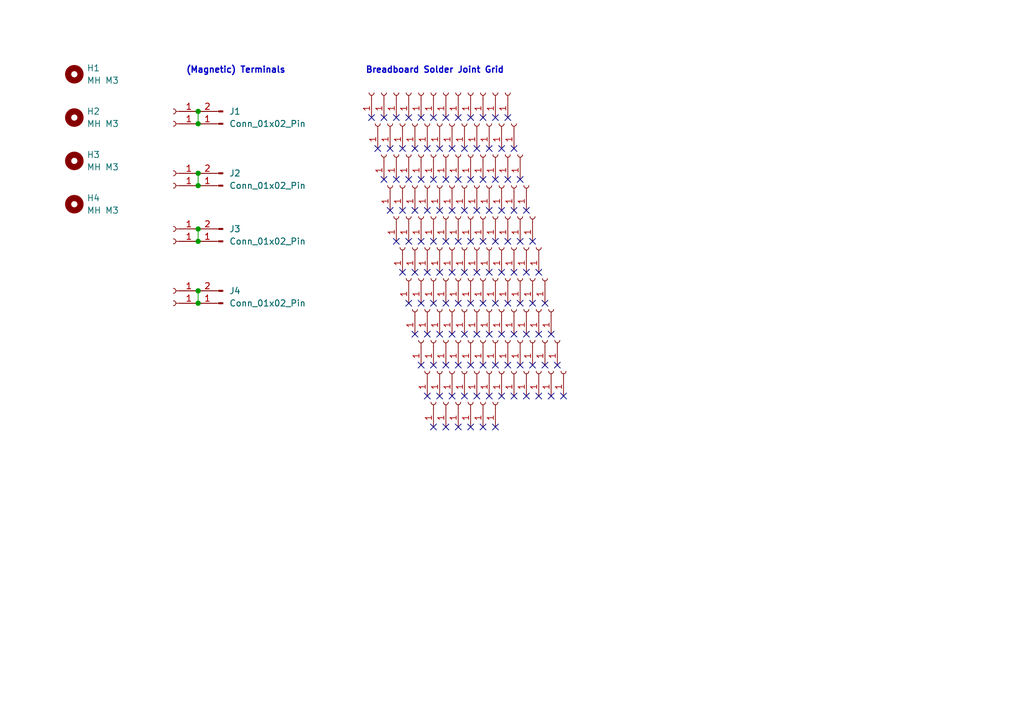
<source format=kicad_sch>
(kicad_sch (version 20250114) (generator "eeschema") (generator_version "9.0")
  (paper "A5")
  (title_block (title "Breadboard 1x1") (date "2025-11-10") (rev "1.1") (company "Physito"))
  (lib_symbols
    (symbol "Connector:Conn_01x01_Socket" (pin_names (offset 1.016) (hide yes))
      (property "Reference" "J" (at 0 2.54 0))
      (property "Value" "Conn_01x01_Socket" (at 0 -2.54 0))
      (symbol "Conn_01x01_Socket_1_1"
        (polyline (pts (xy -1.27 0) (xy -0.508 0)) (stroke (width 0.1524)))
        (arc (start 0 -0.508) (mid -0.5058 0) (end 0 0.508) (stroke (width 0.1524)))
        (pin passive line (at -5.08 0 0) (length 3.81) (name "Pin_1") (number "1"))
      )
    )
    (symbol "Connector:Conn_01x02_Pin" (pin_names (offset 1.016) (hide yes))
      (property "Reference" "J" (at 0 2.54 0))
      (property "Value" "Conn_01x02_Pin" (at 0 -5.08 0))
      (symbol "Conn_01x02_Pin_1_1"
        (rectangle (start 0.8636 0.127) (end 0 -0.127) (stroke (width 0.1524)) (fill (type outline)))
        (rectangle (start 0.8636 -2.413) (end 0 -2.667) (stroke (width 0.1524)) (fill (type outline)))
        (polyline (pts (xy 1.27 0) (xy 0.8636 0)) (stroke (width 0.1524)))
        (polyline (pts (xy 1.27 -2.54) (xy 0.8636 -2.54)) (stroke (width 0.1524)))
        (pin passive line (at 5.08 0 180) (length 3.81) (name "Pin_1") (number "1"))
        (pin passive line (at 5.08 -2.54 180) (length 3.81) (name "Pin_2") (number "2"))
      )
    )
    (symbol "Mechanical:MountingHole" (pin_names (offset 1.016)) (exclude_from_sim yes) (in_bom no)
      (property "Reference" "H" (at 0 5.08 0))
      (property "Value" "MountingHole" (at 0 3.175 0))
      (symbol "MountingHole_0_1"
        (circle (center 0 0) (radius 1.27) (stroke (width 1.27)))
      )
    )
  )
  (text "(Magnetic) Terminals" (at 38.1 15.24 0) (effects (font (size 1.27 1.27) (thickness 0.254) (bold yes)) (justify left bottom)))
  (text "Breadboard Solder Joint Grid" (at 74.93 15.24 0) (effects (font (size 1.27 1.27) (thickness 0.254) (bold yes)) (justify left bottom)))
  (junction (at 40.64 22.86))
  (junction (at 40.64 46.99))
  (junction (at 40.64 49.53))
  (junction (at 40.64 62.23))
  (junction (at 40.64 25.4))
  (junction (at 40.64 59.69))
  (junction (at 40.64 38.1))
  (junction (at 40.64 35.56))
  (no_connect (at 110.49 55.88))
  (no_connect (at 82.55 30.48))
  (no_connect (at 83.82 36.83))
  (no_connect (at 86.36 24.13))
  (no_connect (at 101.6 74.93))
  (no_connect (at 93.98 49.53))
  (no_connect (at 101.6 49.53))
  (no_connect (at 100.33 68.58))
  (no_connect (at 91.44 74.93))
  (no_connect (at 93.98 87.63))
  (no_connect (at 76.2 24.13))
  (no_connect (at 93.98 62.23))
  (no_connect (at 101.6 36.83))
  (no_connect (at 110.49 68.58))
  (no_connect (at 109.22 62.23))
  (no_connect (at 106.68 74.93))
  (no_connect (at 97.79 43.18))
  (no_connect (at 109.22 74.93))
  (no_connect (at 90.17 81.28))
  (no_connect (at 82.55 55.88))
  (no_connect (at 93.98 24.13))
  (no_connect (at 95.25 81.28))
  (no_connect (at 106.68 62.23))
  (no_connect (at 104.14 36.83))
  (no_connect (at 87.63 30.48))
  (no_connect (at 86.36 62.23))
  (no_connect (at 78.74 24.13))
  (no_connect (at 85.09 43.18))
  (no_connect (at 88.9 24.13))
  (no_connect (at 88.9 74.93))
  (no_connect (at 81.28 24.13))
  (no_connect (at 104.14 74.93))
  (no_connect (at 104.14 24.13))
  (no_connect (at 101.6 87.63))
  (no_connect (at 88.9 87.63))
  (no_connect (at 99.06 74.93))
  (no_connect (at 96.52 87.63))
  (no_connect (at 95.25 55.88))
  (no_connect (at 91.44 49.53))
  (no_connect (at 91.44 87.63))
  (no_connect (at 88.9 36.83))
  (no_connect (at 101.6 62.23))
  (no_connect (at 91.44 36.83))
  (no_connect (at 80.01 30.48))
  (no_connect (at 105.41 68.58))
  (no_connect (at 97.79 30.48))
  (no_connect (at 82.55 43.18))
  (no_connect (at 102.87 30.48))
  (no_connect (at 85.09 30.48))
  (no_connect (at 92.71 43.18))
  (no_connect (at 83.82 24.13))
  (no_connect (at 90.17 43.18))
  (no_connect (at 87.63 43.18))
  (no_connect (at 83.82 62.23))
  (no_connect (at 85.09 68.58))
  (no_connect (at 77.47 30.48))
  (no_connect (at 102.87 81.28))
  (no_connect (at 106.68 49.53))
  (no_connect (at 92.71 81.28))
  (no_connect (at 102.87 43.18))
  (no_connect (at 99.06 36.83))
  (no_connect (at 110.49 81.28))
  (no_connect (at 96.52 74.93))
  (no_connect (at 90.17 30.48))
  (no_connect (at 88.9 62.23))
  (no_connect (at 90.17 68.58))
  (no_connect (at 97.79 81.28))
  (no_connect (at 106.68 36.83))
  (no_connect (at 95.25 30.48))
  (no_connect (at 113.03 81.28))
  (no_connect (at 85.09 55.88))
  (no_connect (at 107.95 43.18))
  (no_connect (at 111.76 62.23))
  (no_connect (at 95.25 68.58))
  (no_connect (at 101.6 24.13))
  (no_connect (at 96.52 36.83))
  (no_connect (at 93.98 74.93))
  (no_connect (at 86.36 49.53))
  (no_connect (at 90.17 55.88))
  (no_connect (at 97.79 55.88))
  (no_connect (at 95.25 43.18))
  (no_connect (at 102.87 68.58))
  (no_connect (at 88.9 49.53))
  (no_connect (at 96.52 62.23))
  (no_connect (at 81.28 36.83))
  (no_connect (at 97.79 68.58))
  (no_connect (at 115.57 81.28))
  (no_connect (at 87.63 68.58))
  (no_connect (at 104.14 49.53))
  (no_connect (at 91.44 62.23))
  (no_connect (at 107.95 55.88))
  (no_connect (at 93.98 36.83))
  (no_connect (at 87.63 81.28))
  (no_connect (at 81.28 49.53))
  (no_connect (at 96.52 24.13))
  (no_connect (at 92.71 55.88))
  (no_connect (at 99.06 62.23))
  (no_connect (at 100.33 55.88))
  (no_connect (at 105.41 55.88))
  (no_connect (at 107.95 68.58))
  (no_connect (at 100.33 30.48))
  (no_connect (at 113.03 68.58))
  (no_connect (at 100.33 43.18))
  (no_connect (at 107.95 81.28))
  (no_connect (at 91.44 24.13))
  (no_connect (at 87.63 55.88))
  (no_connect (at 96.52 49.53))
  (no_connect (at 100.33 81.28))
  (no_connect (at 109.22 49.53))
  (no_connect (at 105.41 30.48))
  (no_connect (at 92.71 30.48))
  (no_connect (at 114.3 74.93))
  (no_connect (at 78.74 36.83))
  (no_connect (at 83.82 49.53))
  (no_connect (at 105.41 81.28))
  (no_connect (at 105.41 43.18))
  (no_connect (at 99.06 49.53))
  (no_connect (at 99.06 87.63))
  (no_connect (at 102.87 55.88))
  (no_connect (at 99.06 24.13))
  (no_connect (at 86.36 74.93))
  (no_connect (at 111.76 74.93))
  (no_connect (at 80.01 43.18))
  (no_connect (at 86.36 36.83))
  (no_connect (at 104.14 62.23))
  (no_connect (at 92.71 68.58))
  (wire (pts (xy 40.64 46.99) (xy 40.64 49.53)))
  (wire (pts (xy 40.64 59.69) (xy 40.64 62.23)))
  (wire (pts (xy 40.64 22.86) (xy 40.64 25.4)))
  (wire (pts (xy 40.64 35.56) (xy 40.64 38.1)))
  (symbol (lib_id "Connector:Conn_01x01_Socket") (at 100.33 63.5 90) (unit 1)
    (property "Reference" "J95" (effects (hide yes)))
    (property "Value" "Conn_01x01_Socket" (effects (hide yes)))
    (property "Description" "Generic connector, single row, 01x01, script generated" (effects (hide yes)))
  )
  (symbol (lib_id "Connector:Conn_01x01_Socket") (at 115.57 76.2 90) (unit 1)
    (property "Reference" "J124" (effects (hide yes)))
    (property "Value" "Conn_01x01_Socket" (effects (hide yes)))
    (property "Description" "Generic connector, single row, 01x01, script generated" (effects (hide yes)))
  )
  (symbol (lib_id "Connector:Conn_01x01_Socket") (at 92.71 38.1 90) (unit 1)
    (property "Reference" "J46" (effects (hide yes)))
    (property "Value" "Conn_01x01_Socket" (effects (hide yes)))
    (property "Description" "Generic connector, single row, 01x01, script generated" (effects (hide yes)))
  )
  (symbol (lib_id "Connector:Conn_01x01_Socket") (at 102.87 50.8 90) (unit 1)
    (property "Reference" "J73" (effects (hide yes)))
    (property "Value" "Conn_01x01_Socket" (effects (hide yes)))
    (property "Description" "Generic connector, single row, 01x01, script generated" (effects (hide yes)))
  )
  (symbol (lib_id "Connector:Conn_01x01_Socket") (at 92.71 25.4 90) (unit 1)
    (property "Reference" "J23" (effects (hide yes)))
    (property "Value" "Conn_01x01_Socket" (effects (hide yes)))
    (property "Description" "Generic connector, single row, 01x01, script generated" (effects (hide yes)))
  )
  (symbol (lib_id "Connector:Conn_01x01_Socket") (at 86.36 57.15 90) (unit 1)
    (property "Reference" "J78" (effects (hide yes)))
    (property "Value" "Conn_01x01_Socket" (effects (hide yes)))
    (property "Description" "Generic connector, single row, 01x01, script generated" (effects (hide yes)))
  )
  (symbol (lib_id "Connector:Conn_01x01_Socket") (at 109.22 69.85 90) (unit 1)
    (property "Reference" "J110" (effects (hide yes)))
    (property "Value" "Conn_01x01_Socket" (effects (hide yes)))
    (property "Description" "Generic connector, single row, 01x01, script generated" (effects (hide yes)))
  )
  (symbol (lib_id "Connector:Conn_01x01_Socket") (at 99.06 69.85 90) (unit 1)
    (property "Reference" "J106" (effects (hide yes)))
    (property "Value" "Conn_01x01_Socket" (effects (hide yes)))
    (property "Description" "Generic connector, single row, 01x01, script generated" (effects (hide yes)))
  )
  (symbol (lib_id "Connector:Conn_01x02_Pin") (at 45.72 62.23 180) (unit 1)
    (property "Reference" "J4" (at 46.99 59.6899 0) (effects (justify right)))
    (property "Value" "Conn_01x02_Pin" (at 46.99 62.2299 0) (effects (justify right)))
    (property "Footprint" "EASYEDA2KICAD:Magnetic_Connector_1x02_P2.5mm_Horizontal_round-ears" (effects (hide yes)))
    (property "Description" "Generic connector, single row, 01x02, script generated" (effects (hide yes)))
  )
  (symbol (lib_id "Connector:Conn_01x01_Socket") (at 99.06 57.15 90) (unit 1)
    (property "Reference" "J83" (effects (hide yes)))
    (property "Value" "Conn_01x01_Socket" (effects (hide yes)))
    (property "Description" "Generic connector, single row, 01x01, script generated" (effects (hide yes)))
  )
  (symbol (lib_id "Connector:Conn_01x01_Socket") (at 92.71 76.2 90) (unit 1)
    (property "Reference" "J115" (effects (hide yes)))
    (property "Value" "Conn_01x01_Socket" (effects (hide yes)))
    (property "Description" "Generic connector, single row, 01x01, script generated" (effects (hide yes)))
  )
  (symbol (lib_id "Connector:Conn_01x01_Socket") (at 35.56 59.69 180) (unit 1)
    (property "Reference" "J87" (effects (hide yes)))
    (property "Value" "Conn_01x01_Socket" (effects (hide yes)))
    (property "Description" "Generic connector, single row, 01x01, script generated" (effects (hide yes)))
  )
  (symbol (lib_id "Connector:Conn_01x01_Socket") (at 107.95 63.5 90) (unit 1)
    (property "Reference" "J136" (effects (hide yes)))
    (property "Value" "Conn_01x01_Socket" (effects (hide yes)))
    (property "Description" "Generic connector, single row, 01x01, script generated" (effects (hide yes)))
  )
  (symbol (lib_id "Connector:Conn_01x01_Socket") (at 80.01 25.4 90) (unit 1)
    (property "Reference" "J18" (effects (hide yes)))
    (property "Value" "Conn_01x01_Socket" (effects (hide yes)))
    (property "Description" "Generic connector, single row, 01x01, script generated" (effects (hide yes)))
  )
  (symbol (lib_id "Mechanical:MountingHole") (at 15.24 41.91 0) (unit 1)
    (property "Reference" "H4" (at 17.78 40.6399 0) (effects (justify left)))
    (property "Value" "MH M3" (at 17.78 43.1799 0) (effects (justify left)))
    (property "Footprint" "EASYEDA2KICAD:MountingHole_3.0mm_M3_tight" (effects (hide yes)))
    (property "Description" "Mounting Hole without connection" (effects (hide yes)))
  )
  (symbol (lib_id "Connector:Conn_01x01_Socket") (at 82.55 25.4 90) (unit 1)
    (property "Reference" "J19" (effects (hide yes)))
    (property "Value" "Conn_01x01_Socket" (effects (hide yes)))
    (property "Description" "Generic connector, single row, 01x01, script generated" (effects (hide yes)))
  )
  (symbol (lib_id "Connector:Conn_01x01_Socket") (at 86.36 19.05 90) (unit 1)
    (property "Reference" "J145" (effects (hide yes)))
    (property "Value" "Conn_01x01_Socket" (effects (hide yes)))
    (property "Description" "Generic connector, single row, 01x01, script generated" (effects (hide yes)))
  )
  (symbol (lib_id "Connector:Conn_01x01_Socket") (at 35.56 35.56 180) (unit 1)
    (property "Reference" "J10" (effects (hide yes)))
    (property "Value" "Conn_01x01_Socket" (effects (hide yes)))
    (property "Description" "Generic connector, single row, 01x01, script generated" (effects (hide yes)))
  )
  (symbol (lib_id "Connector:Conn_01x01_Socket") (at 91.44 57.15 90) (unit 1)
    (property "Reference" "J80" (effects (hide yes)))
    (property "Value" "Conn_01x01_Socket" (effects (hide yes)))
    (property "Description" "Generic connector, single row, 01x01, script generated" (effects (hide yes)))
  )
  (symbol (lib_id "Connector:Conn_01x01_Socket") (at 88.9 44.45 90) (unit 1)
    (property "Reference" "J56" (effects (hide yes)))
    (property "Value" "Conn_01x01_Socket" (effects (hide yes)))
    (property "Description" "Generic connector, single row, 01x01, script generated" (effects (hide yes)))
  )
  (symbol (lib_id "Connector:Conn_01x01_Socket") (at 104.14 57.15 90) (unit 1)
    (property "Reference" "J85" (effects (hide yes)))
    (property "Value" "Conn_01x01_Socket" (effects (hide yes)))
    (property "Description" "Generic connector, single row, 01x01, script generated" (effects (hide yes)))
  )
  (symbol (lib_id "Connector:Conn_01x01_Socket") (at 97.79 25.4 90) (unit 1)
    (property "Reference" "J25" (effects (hide yes)))
    (property "Value" "Conn_01x01_Socket" (effects (hide yes)))
    (property "Description" "Generic connector, single row, 01x01, script generated" (effects (hide yes)))
  )
  (symbol (lib_id "Connector:Conn_01x01_Socket") (at 113.03 63.5 90) (unit 1)
    (property "Reference" "J100" (effects (hide yes)))
    (property "Value" "Conn_01x01_Socket" (effects (hide yes)))
    (property "Description" "Generic connector, single row, 01x01, script generated" (effects (hide yes)))
  )
  (symbol (lib_id "Connector:Conn_01x01_Socket") (at 110.49 50.8 90) (unit 1)
    (property "Reference" "J76" (effects (hide yes)))
    (property "Value" "Conn_01x01_Socket" (effects (hide yes)))
    (property "Description" "Generic connector, single row, 01x01, script generated" (effects (hide yes)))
  )
  (symbol (lib_id "Connector:Conn_01x01_Socket") (at 106.68 44.45 90) (unit 1)
    (property "Reference" "J144" (effects (hide yes)))
    (property "Value" "Conn_01x01_Socket" (effects (hide yes)))
    (property "Description" "Generic connector, single row, 01x01, script generated" (effects (hide yes)))
  )
  (symbol (lib_id "Connector:Conn_01x01_Socket") (at 109.22 44.45 90) (unit 1)
    (property "Reference" "J64" (effects (hide yes)))
    (property "Value" "Conn_01x01_Socket" (effects (hide yes)))
    (property "Description" "Generic connector, single row, 01x01, script generated" (effects (hide yes)))
  )
  (symbol (lib_id "Connector:Conn_01x01_Socket") (at 105.41 63.5 90) (unit 1)
    (property "Reference" "J97" (effects (hide yes)))
    (property "Value" "Conn_01x01_Socket" (effects (hide yes)))
    (property "Description" "Generic connector, single row, 01x01, script generated" (effects (hide yes)))
  )
  (symbol (lib_id "Connector:Conn_01x01_Socket") (at 99.06 31.75 90) (unit 1)
    (property "Reference" "J37" (effects (hide yes)))
    (property "Value" "Conn_01x01_Socket" (effects (hide yes)))
    (property "Description" "Generic connector, single row, 01x01, script generated" (effects (hide yes)))
  )
  (symbol (lib_id "Connector:Conn_01x01_Socket") (at 90.17 25.4 90) (unit 1)
    (property "Reference" "J22" (effects (hide yes)))
    (property "Value" "Conn_01x01_Socket" (effects (hide yes)))
    (property "Description" "Generic connector, single row, 01x01, script generated" (effects (hide yes)))
  )
  (symbol (lib_id "Connector:Conn_01x01_Socket") (at 93.98 69.85 90) (unit 1)
    (property "Reference" "J104" (effects (hide yes)))
    (property "Value" "Conn_01x01_Socket" (effects (hide yes)))
    (property "Description" "Generic connector, single row, 01x01, script generated" (effects (hide yes)))
  )
  (symbol (lib_id "Connector:Conn_01x01_Socket") (at 93.98 19.05 90) (unit 1)
    (property "Reference" "J12" (effects (hide yes)))
    (property "Value" "Conn_01x01_Socket" (effects (hide yes)))
    (property "Description" "Generic connector, single row, 01x01, script generated" (effects (hide yes)))
  )
  (symbol (lib_id "Connector:Conn_01x01_Socket") (at 88.9 57.15 90) (unit 1)
    (property "Reference" "J79" (effects (hide yes)))
    (property "Value" "Conn_01x01_Socket" (effects (hide yes)))
    (property "Description" "Generic connector, single row, 01x01, script generated" (effects (hide yes)))
  )
  (symbol (lib_id "Connector:Conn_01x01_Socket") (at 102.87 63.5 90) (unit 1)
    (property "Reference" "J96" (effects (hide yes)))
    (property "Value" "Conn_01x01_Socket" (effects (hide yes)))
    (property "Description" "Generic connector, single row, 01x01, script generated" (effects (hide yes)))
  )
  (symbol (lib_id "Connector:Conn_01x01_Socket") (at 101.6 44.45 90) (unit 1)
    (property "Reference" "J61" (effects (hide yes)))
    (property "Value" "Conn_01x01_Socket" (effects (hide yes)))
    (property "Description" "Generic connector, single row, 01x01, script generated" (effects (hide yes)))
  )
  (symbol (lib_id "Connector:Conn_01x01_Socket") (at 105.41 76.2 90) (unit 1)
    (property "Reference" "J120" (effects (hide yes)))
    (property "Value" "Conn_01x01_Socket" (effects (hide yes)))
    (property "Description" "Generic connector, single row, 01x01, script generated" (effects (hide yes)))
  )
  (symbol (lib_id "Connector:Conn_01x01_Socket") (at 102.87 25.4 90) (unit 1)
    (property "Reference" "J27" (effects (hide yes)))
    (property "Value" "Conn_01x01_Socket" (effects (hide yes)))
    (property "Description" "Generic connector, single row, 01x01, script generated" (effects (hide yes)))
  )
  (symbol (lib_id "Connector:Conn_01x01_Socket") (at 113.03 76.2 90) (unit 1)
    (property "Reference" "J123" (effects (hide yes)))
    (property "Value" "Conn_01x01_Socket" (effects (hide yes)))
    (property "Description" "Generic connector, single row, 01x01, script generated" (effects (hide yes)))
  )
  (symbol (lib_id "Connector:Conn_01x01_Socket") (at 86.36 31.75 90) (unit 1)
    (property "Reference" "J32" (effects (hide yes)))
    (property "Value" "Conn_01x01_Socket" (effects (hide yes)))
    (property "Description" "Generic connector, single row, 01x01, script generated" (effects (hide yes)))
  )
  (symbol (lib_id "Connector:Conn_01x01_Socket") (at 91.44 31.75 90) (unit 1)
    (property "Reference" "J34" (effects (hide yes)))
    (property "Value" "Conn_01x01_Socket" (effects (hide yes)))
    (property "Description" "Generic connector, single row, 01x01, script generated" (effects (hide yes)))
  )
  (symbol (lib_id "Connector:Conn_01x01_Socket") (at 96.52 57.15 90) (unit 1)
    (property "Reference" "J82" (effects (hide yes)))
    (property "Value" "Conn_01x01_Socket" (effects (hide yes)))
    (property "Description" "Generic connector, single row, 01x01, script generated" (effects (hide yes)))
  )
  (symbol (lib_id "Connector:Conn_01x01_Socket") (at 85.09 63.5 90) (unit 1)
    (property "Reference" "J89" (effects (hide yes)))
    (property "Value" "Conn_01x01_Socket" (effects (hide yes)))
    (property "Description" "Generic connector, single row, 01x01, script generated" (effects (hide yes)))
  )
  (symbol (lib_id "Connector:Conn_01x01_Socket") (at 82.55 50.8 90) (unit 1)
    (property "Reference" "J65" (effects (hide yes)))
    (property "Value" "Conn_01x01_Socket" (effects (hide yes)))
    (property "Description" "Generic connector, single row, 01x01, script generated" (effects (hide yes)))
  )
  (symbol (lib_id "Connector:Conn_01x01_Socket") (at 111.76 69.85 90) (unit 1)
    (property "Reference" "J111" (effects (hide yes)))
    (property "Value" "Conn_01x01_Socket" (effects (hide yes)))
    (property "Description" "Generic connector, single row, 01x01, script generated" (effects (hide yes)))
  )
  (symbol (lib_id "Connector:Conn_01x01_Socket") (at 101.6 69.85 90) (unit 1)
    (property "Reference" "J107" (effects (hide yes)))
    (property "Value" "Conn_01x01_Socket" (effects (hide yes)))
    (property "Description" "Generic connector, single row, 01x01, script generated" (effects (hide yes)))
  )
  (symbol (lib_id "Connector:Conn_01x01_Socket") (at 88.9 82.55 90) (unit 1)
    (property "Reference" "J125" (effects (hide yes)))
    (property "Value" "Conn_01x01_Socket" (effects (hide yes)))
    (property "Description" "Generic connector, single row, 01x01, script generated" (effects (hide yes)))
  )
  (symbol (lib_id "Connector:Conn_01x01_Socket") (at 87.63 25.4 90) (unit 1)
    (property "Reference" "J21" (effects (hide yes)))
    (property "Value" "Conn_01x01_Socket" (effects (hide yes)))
    (property "Description" "Generic connector, single row, 01x01, script generated" (effects (hide yes)))
  )
  (symbol (lib_id "Connector:Conn_01x01_Socket") (at 107.95 76.2 90) (unit 1)
    (property "Reference" "J121" (effects (hide yes)))
    (property "Value" "Conn_01x01_Socket" (effects (hide yes)))
    (property "Description" "Generic connector, single row, 01x01, script generated" (effects (hide yes)))
  )
  (symbol (lib_id "Connector:Conn_01x01_Socket") (at 100.33 38.1 90) (unit 1)
    (property "Reference" "J49" (effects (hide yes)))
    (property "Value" "Conn_01x01_Socket" (effects (hide yes)))
    (property "Description" "Generic connector, single row, 01x01, script generated" (effects (hide yes)))
  )
  (symbol (lib_id "Connector:Conn_01x01_Socket") (at 88.9 69.85 90) (unit 1)
    (property "Reference" "J102" (effects (hide yes)))
    (property "Value" "Conn_01x01_Socket" (effects (hide yes)))
    (property "Description" "Generic connector, single row, 01x01, script generated" (effects (hide yes)))
  )
  (symbol (lib_id "Mechanical:MountingHole") (at 15.24 15.24 0) (unit 1)
    (property "Reference" "H1" (at 17.78 13.9699 0) (effects (justify left)))
    (property "Value" "MH M3" (at 17.78 16.5099 0) (effects (justify left)))
    (property "Footprint" "EASYEDA2KICAD:MountingHole_3.0mm_M3_tight" (effects (hide yes)))
    (property "Description" "Mounting Hole without connection" (effects (hide yes)))
  )
  (symbol (lib_id "Connector:Conn_01x01_Socket") (at 107.95 50.8 90) (unit 1)
    (property "Reference" "J133" (effects (hide yes)))
    (property "Value" "Conn_01x01_Socket" (effects (hide yes)))
    (property "Description" "Generic connector, single row, 01x01, script generated" (effects (hide yes)))
  )
  (symbol (lib_id "Connector:Conn_01x01_Socket") (at 35.56 38.1 180) (unit 1)
    (property "Reference" "J7" (effects (hide yes)))
    (property "Value" "Conn_01x01_Socket" (effects (hide yes)))
    (property "Description" "Generic connector, single row, 01x01, script generated" (effects (hide yes)))
  )
  (symbol (lib_id "Connector:Conn_01x01_Socket") (at 85.09 38.1 90) (unit 1)
    (property "Reference" "J43" (effects (hide yes)))
    (property "Value" "Conn_01x01_Socket" (effects (hide yes)))
    (property "Description" "Generic connector, single row, 01x01, script generated" (effects (hide yes)))
  )
  (symbol (lib_id "Connector:Conn_01x01_Socket") (at 99.06 82.55 90) (unit 1)
    (property "Reference" "J129" (effects (hide yes)))
    (property "Value" "Conn_01x01_Socket" (effects (hide yes)))
    (property "Description" "Generic connector, single row, 01x01, script generated" (effects (hide yes)))
  )
  (symbol (lib_id "Connector:Conn_01x01_Socket") (at 105.41 25.4 90) (unit 1)
    (property "Reference" "J28" (effects (hide yes)))
    (property "Value" "Conn_01x01_Socket" (effects (hide yes)))
    (property "Description" "Generic connector, single row, 01x01, script generated" (effects (hide yes)))
  )
  (symbol (lib_id "Connector:Conn_01x01_Socket") (at 85.09 50.8 90) (unit 1)
    (property "Reference" "J66" (effects (hide yes)))
    (property "Value" "Conn_01x01_Socket" (effects (hide yes)))
    (property "Description" "Generic connector, single row, 01x01, script generated" (effects (hide yes)))
  )
  (symbol (lib_id "Connector:Conn_01x01_Socket") (at 110.49 76.2 90) (unit 1)
    (property "Reference" "J122" (effects (hide yes)))
    (property "Value" "Conn_01x01_Socket" (effects (hide yes)))
    (property "Description" "Generic connector, single row, 01x01, script generated" (effects (hide yes)))
  )
  (symbol (lib_id "Connector:Conn_01x01_Socket") (at 97.79 63.5 90) (unit 1)
    (property "Reference" "J94" (effects (hide yes)))
    (property "Value" "Conn_01x01_Socket" (effects (hide yes)))
    (property "Description" "Generic connector, single row, 01x01, script generated" (effects (hide yes)))
  )
  (symbol (lib_id "Connector:Conn_01x01_Socket") (at 99.06 19.05 90) (unit 1)
    (property "Reference" "J14" (effects (hide yes)))
    (property "Value" "Conn_01x01_Socket" (effects (hide yes)))
    (property "Description" "Generic connector, single row, 01x01, script generated" (effects (hide yes)))
  )
  (symbol (lib_id "Connector:Conn_01x01_Socket") (at 97.79 76.2 90) (unit 1)
    (property "Reference" "J117" (effects (hide yes)))
    (property "Value" "Conn_01x01_Socket" (effects (hide yes)))
    (property "Description" "Generic connector, single row, 01x01, script generated" (effects (hide yes)))
  )
  (symbol (lib_id "Connector:Conn_01x01_Socket") (at 104.14 19.05 90) (unit 1)
    (property "Reference" "J16" (effects (hide yes)))
    (property "Value" "Conn_01x01_Socket" (effects (hide yes)))
    (property "Description" "Generic connector, single row, 01x01, script generated" (effects (hide yes)))
  )
  (symbol (lib_id "Connector:Conn_01x01_Socket") (at 109.22 57.15 90) (unit 1)
    (property "Reference" "J134" (effects (hide yes)))
    (property "Value" "Conn_01x01_Socket" (effects (hide yes)))
    (property "Description" "Generic connector, single row, 01x01, script generated" (effects (hide yes)))
  )
  (symbol (lib_id "Connector:Conn_01x01_Socket") (at 35.56 49.53 180) (unit 1)
    (property "Reference" "J139" (effects (hide yes)))
    (property "Value" "Conn_01x01_Socket" (effects (hide yes)))
    (property "Description" "Generic connector, single row, 01x01, script generated" (effects (hide yes)))
  )
  (symbol (lib_id "Connector:Conn_01x01_Socket") (at 93.98 31.75 90) (unit 1)
    (property "Reference" "J35" (effects (hide yes)))
    (property "Value" "Conn_01x01_Socket" (effects (hide yes)))
    (property "Description" "Generic connector, single row, 01x01, script generated" (effects (hide yes)))
  )
  (symbol (lib_id "Connector:Conn_01x01_Socket") (at 111.76 57.15 90) (unit 1)
    (property "Reference" "J88" (effects (hide yes)))
    (property "Value" "Conn_01x01_Socket" (effects (hide yes)))
    (property "Description" "Generic connector, single row, 01x01, script generated" (effects (hide yes)))
  )
  (symbol (lib_id "Connector:Conn_01x01_Socket") (at 88.9 19.05 90) (unit 1)
    (property "Reference" "J138" (effects (hide yes)))
    (property "Value" "Conn_01x01_Socket" (effects (hide yes)))
    (property "Description" "Generic connector, single row, 01x01, script generated" (effects (hide yes)))
  )
  (symbol (lib_id "Connector:Conn_01x01_Socket") (at 87.63 38.1 90) (unit 1)
    (property "Reference" "J44" (effects (hide yes)))
    (property "Value" "Conn_01x01_Socket" (effects (hide yes)))
    (property "Description" "Generic connector, single row, 01x01, script generated" (effects (hide yes)))
  )
  (symbol (lib_id "Connector:Conn_01x01_Socket") (at 93.98 82.55 90) (unit 1)
    (property "Reference" "J127" (effects (hide yes)))
    (property "Value" "Conn_01x01_Socket" (effects (hide yes)))
    (property "Description" "Generic connector, single row, 01x01, script generated" (effects (hide yes)))
  )
  (symbol (lib_id "Connector:Conn_01x01_Socket") (at 87.63 50.8 90) (unit 1)
    (property "Reference" "J67" (effects (hide yes)))
    (property "Value" "Conn_01x01_Socket" (effects (hide yes)))
    (property "Description" "Generic connector, single row, 01x01, script generated" (effects (hide yes)))
  )
  (symbol (lib_id "Connector:Conn_01x01_Socket") (at 92.71 50.8 90) (unit 1)
    (property "Reference" "J69" (effects (hide yes)))
    (property "Value" "Conn_01x01_Socket" (effects (hide yes)))
    (property "Description" "Generic connector, single row, 01x01, script generated" (effects (hide yes)))
  )
  (symbol (lib_id "Connector:Conn_01x01_Socket") (at 105.41 50.8 90) (unit 1)
    (property "Reference" "J143" (effects (hide yes)))
    (property "Value" "Conn_01x01_Socket" (effects (hide yes)))
    (property "Description" "Generic connector, single row, 01x01, script generated" (effects (hide yes)))
  )
  (symbol (lib_id "Connector:Conn_01x01_Socket") (at 106.68 31.75 90) (unit 1)
    (property "Reference" "J40" (effects (hide yes)))
    (property "Value" "Conn_01x01_Socket" (effects (hide yes)))
    (property "Description" "Generic connector, single row, 01x01, script generated" (effects (hide yes)))
  )
  (symbol (lib_id "Connector:Conn_01x01_Socket") (at 35.56 46.99 180) (unit 1)
    (property "Reference" "J142" (effects (hide yes)))
    (property "Value" "Conn_01x01_Socket" (effects (hide yes)))
    (property "Description" "Generic connector, single row, 01x01, script generated" (effects (hide yes)))
  )
  (symbol (lib_id "Connector:Conn_01x01_Socket") (at 97.79 50.8 90) (unit 1)
    (property "Reference" "J71" (effects (hide yes)))
    (property "Value" "Conn_01x01_Socket" (effects (hide yes)))
    (property "Description" "Generic connector, single row, 01x01, script generated" (effects (hide yes)))
  )
  (symbol (lib_id "Connector:Conn_01x01_Socket") (at 90.17 38.1 90) (unit 1)
    (property "Reference" "J45" (effects (hide yes)))
    (property "Value" "Conn_01x01_Socket" (effects (hide yes)))
    (property "Description" "Generic connector, single row, 01x01, script generated" (effects (hide yes)))
  )
  (symbol (lib_id "Connector:Conn_01x01_Socket") (at 81.28 31.75 90) (unit 1)
    (property "Reference" "J30" (effects (hide yes)))
    (property "Value" "Conn_01x01_Socket" (effects (hide yes)))
    (property "Description" "Generic connector, single row, 01x01, script generated" (effects (hide yes)))
  )
  (symbol (lib_id "Connector:Conn_01x01_Socket") (at 35.56 25.4 180) (unit 1)
    (property "Reference" "J62" (effects (hide yes)))
    (property "Value" "Conn_01x01_Socket" (effects (hide yes)))
    (property "Description" "Generic connector, single row, 01x01, script generated" (effects (hide yes)))
  )
  (symbol (lib_id "Connector:Conn_01x01_Socket") (at 96.52 69.85 90) (unit 1)
    (property "Reference" "J105" (effects (hide yes)))
    (property "Value" "Conn_01x01_Socket" (effects (hide yes)))
    (property "Description" "Generic connector, single row, 01x01, script generated" (effects (hide yes)))
  )
  (symbol (lib_id "Connector:Conn_01x01_Socket") (at 104.14 44.45 90) (unit 1)
    (property "Reference" "J132" (effects (hide yes)))
    (property "Value" "Conn_01x01_Socket" (effects (hide yes)))
    (property "Description" "Generic connector, single row, 01x01, script generated" (effects (hide yes)))
  )
  (symbol (lib_id "Connector:Conn_01x01_Socket") (at 91.44 44.45 90) (unit 1)
    (property "Reference" "J57" (effects (hide yes)))
    (property "Value" "Conn_01x01_Socket" (effects (hide yes)))
    (property "Description" "Generic connector, single row, 01x01, script generated" (effects (hide yes)))
  )
  (symbol (lib_id "Connector:Conn_01x01_Socket") (at 106.68 57.15 90) (unit 1)
    (property "Reference" "J135" (effects (hide yes)))
    (property "Value" "Conn_01x01_Socket" (effects (hide yes)))
    (property "Description" "Generic connector, single row, 01x01, script generated" (effects (hide yes)))
  )
  (symbol (lib_id "Connector:Conn_01x01_Socket") (at 81.28 44.45 90) (unit 1)
    (property "Reference" "J53" (effects (hide yes)))
    (property "Value" "Conn_01x01_Socket" (effects (hide yes)))
    (property "Description" "Generic connector, single row, 01x01, script generated" (effects (hide yes)))
  )
  (symbol (lib_id "Mechanical:MountingHole") (at 15.24 24.13 0) (unit 1)
    (property "Reference" "H2" (at 17.78 22.8599 0) (effects (justify left)))
    (property "Value" "MH M3" (at 17.78 25.3999 0) (effects (justify left)))
    (property "Footprint" "EASYEDA2KICAD:MountingHole_3.0mm_M3_tight" (effects (hide yes)))
    (property "Description" "Mounting Hole without connection" (effects (hide yes)))
  )
  (symbol (lib_id "Connector:Conn_01x02_Pin") (at 45.72 49.53 180) (unit 1)
    (property "Reference" "J3" (at 46.99 46.9899 0) (effects (justify right)))
    (property "Value" "Conn_01x02_Pin" (at 46.99 49.5299 0) (effects (justify right)))
    (property "Footprint" "EASYEDA2KICAD:Magnetic_Connector_1x02_P2.5mm_Horizontal_round-ears" (effects (hide yes)))
    (property "Description" "Generic connector, single row, 01x02, script generated" (effects (hide yes)))
  )
  (symbol (lib_id "Connector:Conn_01x01_Socket") (at 76.2 19.05 90) (unit 1)
    (property "Reference" "J5" (effects (hide yes)))
    (property "Value" "Conn_01x01_Socket" (effects (hide yes)))
    (property "Description" "Generic connector, single row, 01x01, script generated" (effects (hide yes)))
  )
  (symbol (lib_id "Connector:Conn_01x01_Socket") (at 78.74 19.05 90) (unit 1)
    (property "Reference" "J6" (effects (hide yes)))
    (property "Value" "Conn_01x01_Socket" (effects (hide yes)))
    (property "Description" "Generic connector, single row, 01x01, script generated" (effects (hide yes)))
  )
  (symbol (lib_id "Connector:Conn_01x01_Socket") (at 96.52 82.55 90) (unit 1)
    (property "Reference" "J128" (effects (hide yes)))
    (property "Value" "Conn_01x01_Socket" (effects (hide yes)))
    (property "Description" "Generic connector, single row, 01x01, script generated" (effects (hide yes)))
  )
  (symbol (lib_id "Connector:Conn_01x01_Socket") (at 86.36 69.85 90) (unit 1)
    (property "Reference" "J101" (effects (hide yes)))
    (property "Value" "Conn_01x01_Socket" (effects (hide yes)))
    (property "Description" "Generic connector, single row, 01x01, script generated" (effects (hide yes)))
  )
  (symbol (lib_id "Connector:Conn_01x01_Socket") (at 83.82 44.45 90) (unit 1)
    (property "Reference" "J54" (effects (hide yes)))
    (property "Value" "Conn_01x01_Socket" (effects (hide yes)))
    (property "Description" "Generic connector, single row, 01x01, script generated" (effects (hide yes)))
  )
  (symbol (lib_id "Connector:Conn_01x01_Socket") (at 81.28 19.05 90) (unit 1)
    (property "Reference" "J137" (effects (hide yes)))
    (property "Value" "Conn_01x01_Socket" (effects (hide yes)))
    (property "Description" "Generic connector, single row, 01x01, script generated" (effects (hide yes)))
  )
  (symbol (lib_id "Connector:Conn_01x01_Socket") (at 102.87 76.2 90) (unit 1)
    (property "Reference" "J119" (effects (hide yes)))
    (property "Value" "Conn_01x01_Socket" (effects (hide yes)))
    (property "Description" "Generic connector, single row, 01x01, script generated" (effects (hide yes)))
  )
  (symbol (lib_id "Connector:Conn_01x01_Socket") (at 90.17 50.8 90) (unit 1)
    (property "Reference" "J68" (effects (hide yes)))
    (property "Value" "Conn_01x01_Socket" (effects (hide yes)))
    (property "Description" "Generic connector, single row, 01x01, script generated" (effects (hide yes)))
  )
  (symbol (lib_id "Connector:Conn_01x01_Socket") (at 82.55 38.1 90) (unit 1)
    (property "Reference" "J42" (effects (hide yes)))
    (property "Value" "Conn_01x01_Socket" (effects (hide yes)))
    (property "Description" "Generic connector, single row, 01x01, script generated" (effects (hide yes)))
  )
  (symbol (lib_id "Connector:Conn_01x01_Socket") (at 100.33 50.8 90) (unit 1)
    (property "Reference" "J72" (effects (hide yes)))
    (property "Value" "Conn_01x01_Socket" (effects (hide yes)))
    (property "Description" "Generic connector, single row, 01x01, script generated" (effects (hide yes)))
  )
  (symbol (lib_id "Connector:Conn_01x01_Socket") (at 86.36 44.45 90) (unit 1)
    (property "Reference" "J55" (effects (hide yes)))
    (property "Value" "Conn_01x01_Socket" (effects (hide yes)))
    (property "Description" "Generic connector, single row, 01x01, script generated" (effects (hide yes)))
  )
  (symbol (lib_id "Connector:Conn_01x01_Socket") (at 104.14 69.85 90) (unit 1)
    (property "Reference" "J108" (effects (hide yes)))
    (property "Value" "Conn_01x01_Socket" (effects (hide yes)))
    (property "Description" "Generic connector, single row, 01x01, script generated" (effects (hide yes)))
  )
  (symbol (lib_id "Connector:Conn_01x01_Socket") (at 114.3 69.85 90) (unit 1)
    (property "Reference" "J112" (effects (hide yes)))
    (property "Value" "Conn_01x01_Socket" (effects (hide yes)))
    (property "Description" "Generic connector, single row, 01x01, script generated" (effects (hide yes)))
  )
  (symbol (lib_id "Connector:Conn_01x02_Pin") (at 45.72 38.1 180) (unit 1)
    (property "Reference" "J2" (at 46.99 35.56 0) (effects (justify right)))
    (property "Value" "Conn_01x02_Pin" (at 46.99 38.1 0) (effects (justify right)))
    (property "Footprint" "EASYEDA2KICAD:Magnetic_Connector_1x02_P2.5mm_Horizontal_round-ears" (effects (hide yes)))
    (property "Description" "Generic connector, single row, 01x02, script generated" (effects (hide yes)))
  )
  (symbol (lib_id "Connector:Conn_01x01_Socket") (at 35.56 62.23 180) (unit 1)
    (property "Reference" "J51" (effects (hide yes)))
    (property "Value" "Conn_01x01_Socket" (effects (hide yes)))
    (property "Description" "Generic connector, single row, 01x01, script generated" (effects (hide yes)))
  )
  (symbol (lib_id "Connector:Conn_01x01_Socket") (at 106.68 69.85 90) (unit 1)
    (property "Reference" "J109" (effects (hide yes)))
    (property "Value" "Conn_01x01_Socket" (effects (hide yes)))
    (property "Description" "Generic connector, single row, 01x01, script generated" (effects (hide yes)))
  )
  (symbol (lib_id "Connector:Conn_01x01_Socket") (at 95.25 38.1 90) (unit 1)
    (property "Reference" "J47" (effects (hide yes)))
    (property "Value" "Conn_01x01_Socket" (effects (hide yes)))
    (property "Description" "Generic connector, single row, 01x01, script generated" (effects (hide yes)))
  )
  (symbol (lib_id "Connector:Conn_01x01_Socket") (at 85.09 25.4 90) (unit 1)
    (property "Reference" "J20" (effects (hide yes)))
    (property "Value" "Conn_01x01_Socket" (effects (hide yes)))
    (property "Description" "Generic connector, single row, 01x01, script generated" (effects (hide yes)))
  )
  (symbol (lib_id "Connector:Conn_01x01_Socket") (at 93.98 44.45 90) (unit 1)
    (property "Reference" "J58" (effects (hide yes)))
    (property "Value" "Conn_01x01_Socket" (effects (hide yes)))
    (property "Description" "Generic connector, single row, 01x01, script generated" (effects (hide yes)))
  )
  (symbol (lib_id "Connector:Conn_01x01_Socket") (at 92.71 63.5 90) (unit 1)
    (property "Reference" "J92" (effects (hide yes)))
    (property "Value" "Conn_01x01_Socket" (effects (hide yes)))
    (property "Description" "Generic connector, single row, 01x01, script generated" (effects (hide yes)))
  )
  (symbol (lib_id "Connector:Conn_01x01_Socket") (at 78.74 31.75 90) (unit 1)
    (property "Reference" "J29" (effects (hide yes)))
    (property "Value" "Conn_01x01_Socket" (effects (hide yes)))
    (property "Description" "Generic connector, single row, 01x01, script generated" (effects (hide yes)))
  )
  (symbol (lib_id "Connector:Conn_01x01_Socket") (at 77.47 25.4 90) (unit 1)
    (property "Reference" "J17" (effects (hide yes)))
    (property "Value" "Conn_01x01_Socket" (effects (hide yes)))
    (property "Description" "Generic connector, single row, 01x01, script generated" (effects (hide yes)))
  )
  (symbol (lib_id "Connector:Conn_01x01_Socket") (at 80.01 38.1 90) (unit 1)
    (property "Reference" "J41" (effects (hide yes)))
    (property "Value" "Conn_01x01_Socket" (effects (hide yes)))
    (property "Description" "Generic connector, single row, 01x01, script generated" (effects (hide yes)))
  )
  (symbol (lib_id "Connector:Conn_01x01_Socket") (at 101.6 19.05 90) (unit 1)
    (property "Reference" "J15" (effects (hide yes)))
    (property "Value" "Conn_01x01_Socket" (effects (hide yes)))
    (property "Description" "Generic connector, single row, 01x01, script generated" (effects (hide yes)))
  )
  (symbol (lib_id "Connector:Conn_01x01_Socket") (at 95.25 25.4 90) (unit 1)
    (property "Reference" "J24" (effects (hide yes)))
    (property "Value" "Conn_01x01_Socket" (effects (hide yes)))
    (property "Description" "Generic connector, single row, 01x01, script generated" (effects (hide yes)))
  )
  (symbol (lib_id "Connector:Conn_01x01_Socket") (at 83.82 57.15 90) (unit 1)
    (property "Reference" "J77" (effects (hide yes)))
    (property "Value" "Conn_01x01_Socket" (effects (hide yes)))
    (property "Description" "Generic connector, single row, 01x01, script generated" (effects (hide yes)))
  )
  (symbol (lib_id "Connector:Conn_01x01_Socket") (at 110.49 63.5 90) (unit 1)
    (property "Reference" "J99" (effects (hide yes)))
    (property "Value" "Conn_01x01_Socket" (effects (hide yes)))
    (property "Description" "Generic connector, single row, 01x01, script generated" (effects (hide yes)))
  )
  (symbol (lib_id "Connector:Conn_01x01_Socket") (at 91.44 82.55 90) (unit 1)
    (property "Reference" "J126" (effects (hide yes)))
    (property "Value" "Conn_01x01_Socket" (effects (hide yes)))
    (property "Description" "Generic connector, single row, 01x01, script generated" (effects (hide yes)))
  )
  (symbol (lib_id "Connector:Conn_01x01_Socket") (at 99.06 44.45 90) (unit 1)
    (property "Reference" "J60" (effects (hide yes)))
    (property "Value" "Conn_01x01_Socket" (effects (hide yes)))
    (property "Description" "Generic connector, single row, 01x01, script generated" (effects (hide yes)))
  )
  (symbol (lib_id "Connector:Conn_01x01_Socket") (at 101.6 31.75 90) (unit 1)
    (property "Reference" "J38" (effects (hide yes)))
    (property "Value" "Conn_01x01_Socket" (effects (hide yes)))
    (property "Description" "Generic connector, single row, 01x01, script generated" (effects (hide yes)))
  )
  (symbol (lib_id "Connector:Conn_01x01_Socket") (at 91.44 19.05 90) (unit 1)
    (property "Reference" "J11" (effects (hide yes)))
    (property "Value" "Conn_01x01_Socket" (effects (hide yes)))
    (property "Description" "Generic connector, single row, 01x01, script generated" (effects (hide yes)))
  )
  (symbol (lib_id "Connector:Conn_01x01_Socket") (at 90.17 76.2 90) (unit 1)
    (property "Reference" "J114" (effects (hide yes)))
    (property "Value" "Conn_01x01_Socket" (effects (hide yes)))
    (property "Description" "Generic connector, single row, 01x01, script generated" (effects (hide yes)))
  )
  (symbol (lib_id "Connector:Conn_01x01_Socket") (at 107.95 38.1 90) (unit 1)
    (property "Reference" "J52" (effects (hide yes)))
    (property "Value" "Conn_01x01_Socket" (effects (hide yes)))
    (property "Description" "Generic connector, single row, 01x01, script generated" (effects (hide yes)))
  )
  (symbol (lib_id "Connector:Conn_01x01_Socket") (at 35.56 22.86 180) (unit 1)
    (property "Reference" "J98" (effects (hide yes)))
    (property "Value" "Conn_01x01_Socket" (effects (hide yes)))
    (property "Description" "Generic connector, single row, 01x01, script generated" (effects (hide yes)))
  )
  (symbol (lib_id "Connector:Conn_01x01_Socket") (at 87.63 76.2 90) (unit 1)
    (property "Reference" "J113" (effects (hide yes)))
    (property "Value" "Conn_01x01_Socket" (effects (hide yes)))
    (property "Description" "Generic connector, single row, 01x01, script generated" (effects (hide yes)))
  )
  (symbol (lib_id "Connector:Conn_01x01_Socket") (at 96.52 44.45 90) (unit 1)
    (property "Reference" "J59" (effects (hide yes)))
    (property "Value" "Conn_01x01_Socket" (effects (hide yes)))
    (property "Description" "Generic connector, single row, 01x01, script generated" (effects (hide yes)))
  )
  (symbol (lib_id "Connector:Conn_01x01_Socket") (at 101.6 57.15 90) (unit 1)
    (property "Reference" "J84" (effects (hide yes)))
    (property "Value" "Conn_01x01_Socket" (effects (hide yes)))
    (property "Description" "Generic connector, single row, 01x01, script generated" (effects (hide yes)))
  )
  (symbol (lib_id "Connector:Conn_01x01_Socket") (at 91.44 69.85 90) (unit 1)
    (property "Reference" "J103" (effects (hide yes)))
    (property "Value" "Conn_01x01_Socket" (effects (hide yes)))
    (property "Description" "Generic connector, single row, 01x01, script generated" (effects (hide yes)))
  )
  (symbol (lib_id "Connector:Conn_01x01_Socket") (at 83.82 19.05 90) (unit 1)
    (property "Reference" "J146" (effects (hide yes)))
    (property "Value" "Conn_01x01_Socket" (effects (hide yes)))
    (property "Description" "Generic connector, single row, 01x01, script generated" (effects (hide yes)))
  )
  (symbol (lib_id "Connector:Conn_01x01_Socket") (at 100.33 76.2 90) (unit 1)
    (property "Reference" "J118" (effects (hide yes)))
    (property "Value" "Conn_01x01_Socket" (effects (hide yes)))
    (property "Description" "Generic connector, single row, 01x01, script generated" (effects (hide yes)))
  )
  (symbol (lib_id "Connector:Conn_01x01_Socket") (at 100.33 25.4 90) (unit 1)
    (property "Reference" "J26" (effects (hide yes)))
    (property "Value" "Conn_01x01_Socket" (effects (hide yes)))
    (property "Description" "Generic connector, single row, 01x01, script generated" (effects (hide yes)))
  )
  (symbol (lib_id "Connector:Conn_01x01_Socket") (at 95.25 76.2 90) (unit 1)
    (property "Reference" "J116" (effects (hide yes)))
    (property "Value" "Conn_01x01_Socket" (effects (hide yes)))
    (property "Description" "Generic connector, single row, 01x01, script generated" (effects (hide yes)))
  )
  (symbol (lib_id "Connector:Conn_01x01_Socket") (at 102.87 38.1 90) (unit 1)
    (property "Reference" "J50" (effects (hide yes)))
    (property "Value" "Conn_01x01_Socket" (effects (hide yes)))
    (property "Description" "Generic connector, single row, 01x01, script generated" (effects (hide yes)))
  )
  (symbol (lib_id "Connector:Conn_01x01_Socket") (at 105.41 38.1 90) (unit 1)
    (property "Reference" "J131" (effects (hide yes)))
    (property "Value" "Conn_01x01_Socket" (effects (hide yes)))
    (property "Description" "Generic connector, single row, 01x01, script generated" (effects (hide yes)))
  )
  (symbol (lib_id "Connector:Conn_01x01_Socket") (at 97.79 38.1 90) (unit 1)
    (property "Reference" "J48" (effects (hide yes)))
    (property "Value" "Conn_01x01_Socket" (effects (hide yes)))
    (property "Description" "Generic connector, single row, 01x01, script generated" (effects (hide yes)))
  )
  (symbol (lib_id "Connector:Conn_01x02_Pin") (at 45.72 25.4 180) (unit 1)
    (property "Reference" "J1" (at 46.99 22.8599 0) (effects (justify right)))
    (property "Value" "Conn_01x02_Pin" (at 46.99 25.3999 0) (effects (justify right)))
    (property "Footprint" "EASYEDA2KICAD:Magnetic_Connector_1x02_P2.5mm_Horizontal_round-ears" (effects (hide yes)))
    (property "Description" "Generic connector, single row, 01x02, script generated" (effects (hide yes)))
  )
  (symbol (lib_id "Connector:Conn_01x01_Socket") (at 101.6 82.55 90) (unit 1)
    (property "Reference" "J130" (effects (hide yes)))
    (property "Value" "Conn_01x01_Socket" (effects (hide yes)))
    (property "Description" "Generic connector, single row, 01x01, script generated" (effects (hide yes)))
  )
  (symbol (lib_id "Connector:Conn_01x01_Socket") (at 87.63 63.5 90) (unit 1)
    (property "Reference" "J90" (effects (hide yes)))
    (property "Value" "Conn_01x01_Socket" (effects (hide yes)))
    (property "Description" "Generic connector, single row, 01x01, script generated" (effects (hide yes)))
  )
  (symbol (lib_id "Connector:Conn_01x01_Socket") (at 88.9 31.75 90) (unit 1)
    (property "Reference" "J33" (effects (hide yes)))
    (property "Value" "Conn_01x01_Socket" (effects (hide yes)))
    (property "Description" "Generic connector, single row, 01x01, script generated" (effects (hide yes)))
  )
  (symbol (lib_id "Connector:Conn_01x01_Socket") (at 104.14 31.75 90) (unit 1)
    (property "Reference" "J39" (effects (hide yes)))
    (property "Value" "Conn_01x01_Socket" (effects (hide yes)))
    (property "Description" "Generic connector, single row, 01x01, script generated" (effects (hide yes)))
  )
  (symbol (lib_id "Connector:Conn_01x01_Socket") (at 96.52 31.75 90) (unit 1)
    (property "Reference" "J36" (effects (hide yes)))
    (property "Value" "Conn_01x01_Socket" (effects (hide yes)))
    (property "Description" "Generic connector, single row, 01x01, script generated" (effects (hide yes)))
  )
  (symbol (lib_id "Connector:Conn_01x01_Socket") (at 95.25 50.8 90) (unit 1)
    (property "Reference" "J70" (effects (hide yes)))
    (property "Value" "Conn_01x01_Socket" (effects (hide yes)))
    (property "Description" "Generic connector, single row, 01x01, script generated" (effects (hide yes)))
  )
  (symbol (lib_id "Mechanical:MountingHole") (at 15.24 33.02 0) (unit 1)
    (property "Reference" "H3" (at 17.78 31.7499 0) (effects (justify left)))
    (property "Value" "MH M3" (at 17.78 34.2899 0) (effects (justify left)))
    (property "Footprint" "EASYEDA2KICAD:MountingHole_3.0mm_M3_tight" (effects (hide yes)))
    (property "Description" "Mounting Hole without connection" (effects (hide yes)))
  )
  (symbol (lib_id "Connector:Conn_01x01_Socket") (at 96.52 19.05 90) (unit 1)
    (property "Reference" "J13" (effects (hide yes)))
    (property "Value" "Conn_01x01_Socket" (effects (hide yes)))
    (property "Description" "Generic connector, single row, 01x01, script generated" (effects (hide yes)))
  )
  (symbol (lib_id "Connector:Conn_01x01_Socket") (at 93.98 57.15 90) (unit 1)
    (property "Reference" "J81" (effects (hide yes)))
    (property "Value" "Conn_01x01_Socket" (effects (hide yes)))
    (property "Description" "Generic connector, single row, 01x01, script generated" (effects (hide yes)))
  )
  (symbol (lib_id "Connector:Conn_01x01_Socket") (at 95.25 63.5 90) (unit 1)
    (property "Reference" "J93" (effects (hide yes)))
    (property "Value" "Conn_01x01_Socket" (effects (hide yes)))
    (property "Description" "Generic connector, single row, 01x01, script generated" (effects (hide yes)))
  )
  (symbol (lib_id "Connector:Conn_01x01_Socket") (at 90.17 63.5 90) (unit 1)
    (property "Reference" "J91" (effects (hide yes)))
    (property "Value" "Conn_01x01_Socket" (effects (hide yes)))
    (property "Description" "Generic connector, single row, 01x01, script generated" (effects (hide yes)))
  )
  (symbol (lib_id "Connector:Conn_01x01_Socket") (at 83.82 31.75 90) (unit 1)
    (property "Reference" "J31" (effects (hide yes)))
    (property "Value" "Conn_01x01_Socket" (effects (hide yes)))
    (property "Description" "Generic connector, single row, 01x01, script generated" (effects (hide yes)))
  )
)
</source>
